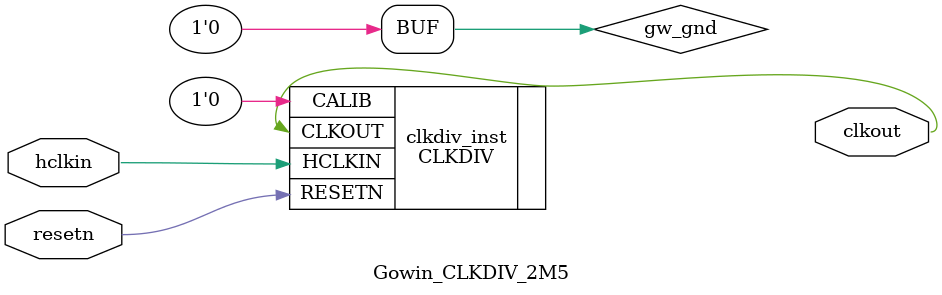
<source format=v>

module Gowin_CLKDIV_2M5 (clkout, hclkin, resetn);

output clkout;
input hclkin;
input resetn;

wire gw_gnd;

assign gw_gnd = 1'b0;

CLKDIV clkdiv_inst (
    .CLKOUT(clkout),
    .HCLKIN(hclkin),
    .RESETN(resetn),
    .CALIB(gw_gnd)
);

defparam clkdiv_inst.DIV_MODE = "2";
defparam clkdiv_inst.GSREN = "false";

endmodule //Gowin_CLKDIV_2M5

</source>
